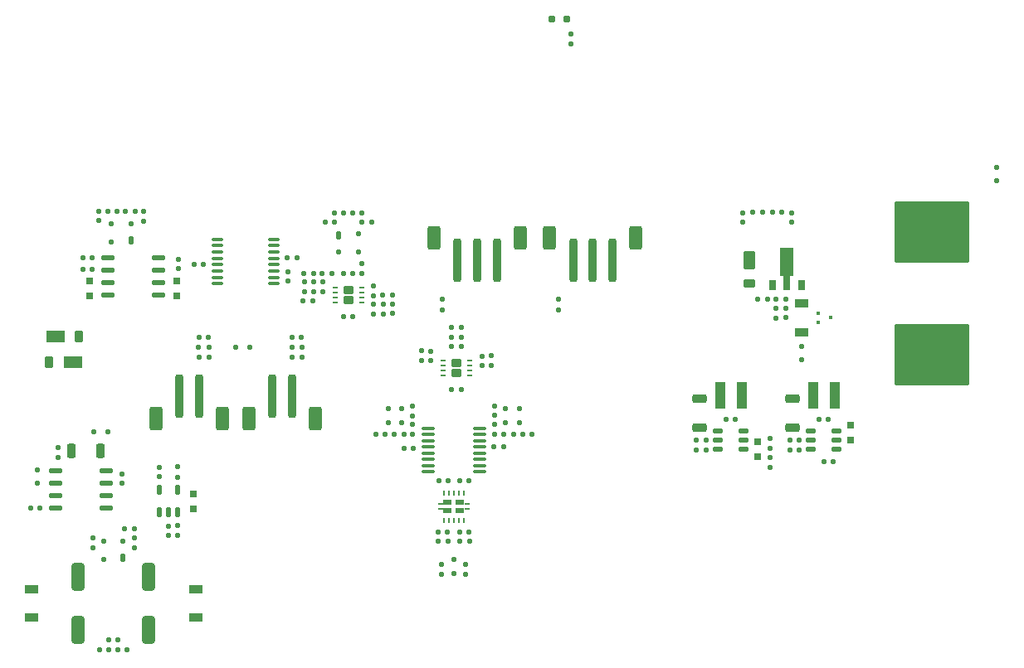
<source format=gbr>
%TF.GenerationSoftware,KiCad,Pcbnew,9.0.3*%
%TF.CreationDate,2025-07-20T02:02:08-05:00*%
%TF.ProjectId,STEVEannouncer,53544556-4561-46e6-9e6f-756e6365722e,rev?*%
%TF.SameCoordinates,PX52f83c0PY90f5600*%
%TF.FileFunction,Paste,Top*%
%TF.FilePolarity,Positive*%
%FSLAX46Y46*%
G04 Gerber Fmt 4.6, Leading zero omitted, Abs format (unit mm)*
G04 Created by KiCad (PCBNEW 9.0.3) date 2025-07-20 02:02:08*
%MOMM*%
%LPD*%
G01*
G04 APERTURE LIST*
G04 Aperture macros list*
%AMRoundRect*
0 Rectangle with rounded corners*
0 $1 Rounding radius*
0 $2 $3 $4 $5 $6 $7 $8 $9 X,Y pos of 4 corners*
0 Add a 4 corners polygon primitive as box body*
4,1,4,$2,$3,$4,$5,$6,$7,$8,$9,$2,$3,0*
0 Add four circle primitives for the rounded corners*
1,1,$1+$1,$2,$3*
1,1,$1+$1,$4,$5*
1,1,$1+$1,$6,$7*
1,1,$1+$1,$8,$9*
0 Add four rect primitives between the rounded corners*
20,1,$1+$1,$2,$3,$4,$5,0*
20,1,$1+$1,$4,$5,$6,$7,0*
20,1,$1+$1,$6,$7,$8,$9,0*
20,1,$1+$1,$8,$9,$2,$3,0*%
%AMFreePoly0*
4,1,19,3.715000,-0.719000,0.885000,-0.719000,0.885000,-0.450000,0.865239,-0.376250,0.811250,-0.322261,0.737500,-0.302500,0.590000,-0.302500,0.590000,-0.360000,-0.590000,-0.360000,-0.590000,0.360000,0.590000,0.360000,0.590000,0.302500,0.737500,0.302500,0.811250,0.322261,0.865239,0.376250,0.885000,0.450000,0.885000,0.719000,3.715000,0.719000,3.715000,-0.719000,3.715000,-0.719000,
$1*%
G04 Aperture macros list end*
%ADD10RoundRect,0.200000X-0.200000X-2.000000X0.200000X-2.000000X0.200000X2.000000X-0.200000X2.000000X0*%
%ADD11RoundRect,0.200000X-0.440000X-1.000000X0.440000X-1.000000X0.440000X1.000000X-0.440000X1.000000X0*%
%ADD12RoundRect,0.108000X0.148000X-0.108000X0.148000X0.108000X-0.148000X0.108000X-0.148000X-0.108000X0*%
%ADD13RoundRect,0.108000X-0.148000X0.108000X-0.148000X-0.108000X0.148000X-0.108000X0.148000X0.108000X0*%
%ADD14RoundRect,0.112000X0.112000X0.136000X-0.112000X0.136000X-0.112000X-0.136000X0.112000X-0.136000X0*%
%ADD15RoundRect,0.108000X-0.108000X-0.148000X0.108000X-0.148000X0.108000X0.148000X-0.108000X0.148000X0*%
%ADD16RoundRect,0.080000X0.570000X0.080000X-0.570000X0.080000X-0.570000X-0.080000X0.570000X-0.080000X0*%
%ADD17RoundRect,0.108000X0.108000X0.148000X-0.108000X0.148000X-0.108000X-0.148000X0.108000X-0.148000X0*%
%ADD18RoundRect,0.112000X-0.112000X-0.136000X0.112000X-0.136000X0.112000X0.136000X-0.112000X0.136000X0*%
%ADD19RoundRect,0.200000X-0.520000X0.260000X-0.520000X-0.260000X0.520000X-0.260000X0.520000X0.260000X0*%
%ADD20RoundRect,0.120000X0.580000X0.120000X-0.580000X0.120000X-0.580000X-0.120000X0.580000X-0.120000X0*%
%ADD21RoundRect,0.200000X0.200000X2.000000X-0.200000X2.000000X-0.200000X-2.000000X0.200000X-2.000000X0*%
%ADD22RoundRect,0.200000X0.440000X1.000000X-0.440000X1.000000X-0.440000X-1.000000X0.440000X-1.000000X0*%
%ADD23RoundRect,0.080000X0.124000X0.080000X-0.124000X0.080000X-0.124000X-0.080000X0.124000X-0.080000X0*%
%ADD24RoundRect,0.120000X-0.160000X0.120000X-0.160000X-0.120000X0.160000X-0.120000X0.160000X0.120000X0*%
%ADD25RoundRect,0.118000X0.138000X-0.118000X0.138000X0.118000X-0.138000X0.118000X-0.138000X-0.118000X0*%
%ADD26RoundRect,0.112000X-0.136000X0.112000X-0.136000X-0.112000X0.136000X-0.112000X0.136000X0.112000X0*%
%ADD27RoundRect,0.200000X0.760000X0.400000X-0.760000X0.400000X-0.760000X-0.400000X0.760000X-0.400000X0*%
%ADD28RoundRect,0.200000X0.220000X0.400000X-0.220000X0.400000X-0.220000X-0.400000X0.220000X-0.400000X0*%
%ADD29RoundRect,0.112000X0.136000X-0.112000X0.136000X0.112000X-0.136000X0.112000X-0.136000X-0.112000X0*%
%ADD30RoundRect,0.180000X-0.200000X0.180000X-0.200000X-0.180000X0.200000X-0.180000X0.200000X0.180000X0*%
%ADD31RoundRect,0.200000X0.440000X-1.200000X0.440000X1.200000X-0.440000X1.200000X-0.440000X-1.200000X0*%
%ADD32RoundRect,0.030000X-0.045000X0.185000X-0.045000X-0.185000X0.045000X-0.185000X0.045000X0.185000X0*%
%ADD33R,0.840000X0.544000*%
%ADD34RoundRect,0.040000X-0.240000X0.060000X-0.240000X-0.060000X0.240000X-0.060000X0.240000X0.060000X0*%
%ADD35RoundRect,0.120000X0.120000X0.160000X-0.120000X0.160000X-0.120000X-0.160000X0.120000X-0.160000X0*%
%ADD36RoundRect,0.180000X0.200000X-0.180000X0.200000X0.180000X-0.200000X0.180000X-0.200000X-0.180000X0*%
%ADD37RoundRect,0.120000X-0.120000X-0.160000X0.120000X-0.160000X0.120000X0.160000X-0.120000X0.160000X0*%
%ADD38R,1.040000X2.800000*%
%ADD39RoundRect,0.200000X-0.760000X-0.400000X0.760000X-0.400000X0.760000X0.400000X-0.760000X0.400000X0*%
%ADD40RoundRect,0.200000X-0.220000X-0.400000X0.220000X-0.400000X0.220000X0.400000X-0.220000X0.400000X0*%
%ADD41RoundRect,0.120000X0.120000X-0.410000X0.120000X0.410000X-0.120000X0.410000X-0.120000X-0.410000X0*%
%ADD42RoundRect,0.118000X-0.118000X-0.138000X0.118000X-0.138000X0.118000X0.138000X-0.118000X0.138000X0*%
%ADD43RoundRect,0.200000X-0.500000X0.250000X-0.500000X-0.250000X0.500000X-0.250000X0.500000X0.250000X0*%
%ADD44RoundRect,0.217500X0.302500X0.217500X-0.302500X0.217500X-0.302500X-0.217500X0.302500X-0.217500X0*%
%ADD45RoundRect,0.050000X0.230000X0.050000X-0.230000X0.050000X-0.230000X-0.050000X0.230000X-0.050000X0*%
%ADD46RoundRect,0.120000X-0.360000X-0.120000X0.360000X-0.120000X0.360000X0.120000X-0.360000X0.120000X0*%
%ADD47RoundRect,0.175000X-0.175000X-0.205000X0.175000X-0.205000X0.175000X0.205000X-0.175000X0.205000X0*%
%ADD48RoundRect,0.140000X-0.140000X-0.260000X0.140000X-0.260000X0.140000X0.260000X-0.140000X0.260000X0*%
%ADD49RoundRect,0.120000X-0.160000X-0.120000X0.160000X-0.120000X0.160000X0.120000X-0.160000X0.120000X0*%
%ADD50RoundRect,0.118000X-0.138000X0.118000X-0.138000X-0.118000X0.138000X-0.118000X0.138000X0.118000X0*%
%ADD51RoundRect,0.080000X-0.510000X-0.080000X0.510000X-0.080000X0.510000X0.080000X-0.510000X0.080000X0*%
%ADD52RoundRect,0.200000X-0.260000X-0.520000X0.260000X-0.520000X0.260000X0.520000X-0.260000X0.520000X0*%
%ADD53RoundRect,0.200000X0.400000X-0.760000X0.400000X0.760000X-0.400000X0.760000X-0.400000X-0.760000X0*%
%ADD54RoundRect,0.200000X0.400000X-0.220000X0.400000X0.220000X-0.400000X0.220000X-0.400000X-0.220000X0*%
%ADD55RoundRect,0.180000X0.180000X-0.340000X0.180000X0.340000X-0.180000X0.340000X-0.180000X-0.340000X0*%
%ADD56FreePoly0,90.000000*%
%ADD57RoundRect,0.140000X0.140000X0.260000X-0.140000X0.260000X-0.140000X-0.260000X0.140000X-0.260000X0*%
%ADD58RoundRect,0.120000X0.160000X0.120000X-0.160000X0.120000X-0.160000X-0.120000X0.160000X-0.120000X0*%
%ADD59RoundRect,0.120000X-0.580000X-0.120000X0.580000X-0.120000X0.580000X0.120000X-0.580000X0.120000X0*%
%ADD60RoundRect,0.118000X0.118000X0.138000X-0.118000X0.138000X-0.118000X-0.138000X0.118000X-0.138000X0*%
%ADD61RoundRect,0.199998X-3.640002X2.920002X-3.640002X-2.920002X3.640002X-2.920002X3.640002X2.920002X0*%
%ADD62RoundRect,0.217500X-0.302500X-0.217500X0.302500X-0.217500X0.302500X0.217500X-0.302500X0.217500X0*%
%ADD63RoundRect,0.050000X-0.230000X-0.050000X0.230000X-0.050000X0.230000X0.050000X-0.230000X0.050000X0*%
G04 APERTURE END LIST*
D10*
%TO.C,J405*%
X52400000Y60400000D03*
X54400000Y60400000D03*
X56400000Y60400000D03*
D11*
X50000000Y62650000D03*
X58800000Y62650000D03*
%TD*%
D10*
%TO.C,J403*%
X64200000Y60400000D03*
X66200000Y60400000D03*
X68200000Y60400000D03*
D11*
X61800000Y62650000D03*
X70600000Y62650000D03*
%TD*%
D12*
%TO.C,R211*%
X84250000Y39240000D03*
X84250000Y40260000D03*
%TD*%
D13*
%TO.C,R321*%
X23850000Y39260000D03*
X23850000Y38240000D03*
%TD*%
%TO.C,R322*%
X23850000Y33260000D03*
X23850000Y32240000D03*
%TD*%
%TO.C,R410*%
X51810000Y53490000D03*
X51810000Y52470000D03*
%TD*%
%TO.C,R402*%
X47800000Y43650000D03*
X47800000Y42630000D03*
%TD*%
D14*
%TO.C,C416*%
X85480000Y65250000D03*
X84520000Y65250000D03*
%TD*%
D15*
%TO.C,R203*%
X82990000Y56400000D03*
X84010000Y56400000D03*
%TD*%
D14*
%TO.C,C417*%
X83500000Y65250000D03*
X82540000Y65250000D03*
%TD*%
D16*
%TO.C,U401*%
X54637500Y38777500D03*
X54637500Y39412500D03*
X54637500Y40047500D03*
X54637500Y40682500D03*
X54637500Y41317500D03*
X54637500Y41952500D03*
X54637500Y42587500D03*
X54637500Y43222500D03*
X49362500Y43222500D03*
X49362500Y42587500D03*
X49362500Y41952500D03*
X49362500Y41317500D03*
X49362500Y40682500D03*
X49362500Y40047500D03*
X49362500Y39412500D03*
X49362500Y38777500D03*
%TD*%
D17*
%TO.C,R411*%
X53610000Y31655000D03*
X52590000Y31655000D03*
%TD*%
D18*
%TO.C,C322*%
X35040000Y60600000D03*
X36000000Y60600000D03*
%TD*%
%TO.C,C303*%
X15845000Y20600000D03*
X16805000Y20600000D03*
%TD*%
D19*
%TO.C,C207*%
X77050000Y46215000D03*
X77050000Y43265000D03*
%TD*%
D14*
%TO.C,C301*%
X26455000Y59925000D03*
X25495000Y59925000D03*
%TD*%
D20*
%TO.C,U304*%
X21875000Y56845000D03*
X21875000Y58115000D03*
X21875000Y59385000D03*
X21875000Y60655000D03*
X16725000Y60655000D03*
X16725000Y59385000D03*
X16725000Y58115000D03*
X16725000Y56845000D03*
%TD*%
D21*
%TO.C,J304*%
X26000000Y46500000D03*
X24000000Y46500000D03*
D22*
X28400000Y44250000D03*
X21600000Y44250000D03*
%TD*%
D12*
%TO.C,R405*%
X55800000Y49600000D03*
X55800000Y50620000D03*
%TD*%
D23*
%TO.C,Q201*%
X89155000Y55000000D03*
X89155000Y54000000D03*
X90445000Y54500000D03*
%TD*%
D19*
%TO.C,C208*%
X86550000Y46235000D03*
X86550000Y43285000D03*
%TD*%
D24*
%TO.C,D203*%
X107400000Y68500000D03*
X107400000Y69900000D03*
%TD*%
D25*
%TO.C,FB302*%
X20400000Y64365000D03*
X20400000Y65335000D03*
%TD*%
D26*
%TO.C,C201*%
X85900000Y55480000D03*
X85900000Y54520000D03*
%TD*%
D27*
%TO.C,D302*%
X11415000Y52580000D03*
D28*
X13790000Y52580000D03*
%TD*%
D12*
%TO.C,R320*%
X42630000Y59020000D03*
X42630000Y60040000D03*
%TD*%
D18*
%TO.C,C314*%
X14170000Y59450000D03*
X15130000Y59450000D03*
%TD*%
D29*
%TO.C,C409*%
X50741552Y28326172D03*
X50741552Y29286172D03*
%TD*%
D15*
%TO.C,R309*%
X25990000Y51500000D03*
X27010000Y51500000D03*
%TD*%
D29*
%TO.C,C406*%
X49690000Y50130000D03*
X49690000Y51090000D03*
%TD*%
D30*
%TO.C,C203*%
X83050000Y41875000D03*
X83050000Y40325000D03*
%TD*%
D14*
%TO.C,C323*%
X36480000Y52500000D03*
X35520000Y52500000D03*
%TD*%
D15*
%TO.C,R311*%
X36630000Y56270000D03*
X37650000Y56270000D03*
%TD*%
D31*
%TO.C,C306*%
X20900000Y22625000D03*
X20900000Y28025000D03*
%TD*%
D32*
%TO.C,U403*%
X53000000Y36630000D03*
X52500000Y36630000D03*
X52000000Y36630000D03*
X51500000Y36630000D03*
X51000000Y36630000D03*
X51000000Y33830000D03*
X51500000Y33830000D03*
X52000000Y33830000D03*
X52500000Y33830000D03*
X53000000Y33830000D03*
D33*
X52635000Y35680000D03*
X51365000Y35680000D03*
D34*
X53350000Y35480000D03*
X50650000Y35480000D03*
X53350000Y34980000D03*
X50650000Y34980000D03*
D33*
X52635000Y34780000D03*
X51365000Y34780000D03*
%TD*%
D35*
%TO.C,D403*%
X57300000Y43800000D03*
X58700000Y43800000D03*
%TD*%
D30*
%TO.C,C327*%
X25400000Y36525000D03*
X25400000Y34975000D03*
%TD*%
D36*
%TO.C,C204*%
X92530000Y42000000D03*
X92530000Y43550000D03*
%TD*%
D12*
%TO.C,R209*%
X64000000Y82490000D03*
X64000000Y83510000D03*
%TD*%
D31*
%TO.C,C305*%
X13650000Y22625000D03*
X13650000Y28025000D03*
%TD*%
D18*
%TO.C,C308*%
X40770000Y59060000D03*
X41730000Y59060000D03*
%TD*%
D14*
%TO.C,C404*%
X45000000Y42600000D03*
X44040000Y42600000D03*
%TD*%
D29*
%TO.C,C310*%
X18160000Y37590000D03*
X18160000Y38550000D03*
%TD*%
D17*
%TO.C,R201*%
X85910000Y56400000D03*
X84890000Y56400000D03*
%TD*%
D21*
%TO.C,J303*%
X35500000Y46500000D03*
X33500000Y46500000D03*
D22*
X37900000Y44250000D03*
X31100000Y44250000D03*
%TD*%
D18*
%TO.C,C414*%
X50460000Y37840000D03*
X51420000Y37840000D03*
%TD*%
D12*
%TO.C,R303*%
X15175000Y30990000D03*
X15175000Y32010000D03*
%TD*%
D17*
%TO.C,R319*%
X37746000Y59068500D03*
X36726000Y59068500D03*
%TD*%
D37*
%TO.C,D306*%
X31200000Y51500000D03*
X29800000Y51500000D03*
%TD*%
D38*
%TO.C,L202*%
X90850000Y46620000D03*
X88650000Y46620000D03*
%TD*%
D26*
%TO.C,C326*%
X21950000Y39230000D03*
X21950000Y38270000D03*
%TD*%
D39*
%TO.C,D303*%
X13125000Y49950000D03*
D40*
X10750000Y49950000D03*
%TD*%
D24*
%TO.C,D405*%
X51991552Y28416068D03*
X51991552Y29816068D03*
%TD*%
D12*
%TO.C,R205*%
X77730000Y41000000D03*
X77730000Y42020000D03*
%TD*%
D41*
%TO.C,U305*%
X21950000Y34612500D03*
X22900000Y34612500D03*
X23850000Y34612500D03*
X23850000Y36887500D03*
X21950000Y36887500D03*
%TD*%
D35*
%TO.C,D402*%
X45300000Y43800000D03*
X46700000Y43800000D03*
%TD*%
D18*
%TO.C,C413*%
X51800000Y51590000D03*
X52760000Y51590000D03*
%TD*%
D14*
%TO.C,C410*%
X57090000Y41320000D03*
X56130000Y41320000D03*
%TD*%
D42*
%TO.C,FB303*%
X38870000Y64315000D03*
X39840000Y64315000D03*
%TD*%
D26*
%TO.C,C328*%
X23950000Y60480000D03*
X23950000Y59520000D03*
%TD*%
D18*
%TO.C,C315*%
X14170000Y60650000D03*
X15130000Y60650000D03*
%TD*%
D26*
%TO.C,C402*%
X47800000Y45460000D03*
X47800000Y44500000D03*
%TD*%
D25*
%TO.C,FB301*%
X15800000Y64415000D03*
X15800000Y65385000D03*
%TD*%
D43*
%TO.C,R301*%
X8900000Y26787500D03*
X8900000Y23862500D03*
%TD*%
D18*
%TO.C,C403*%
X59020000Y42600000D03*
X59980000Y42600000D03*
%TD*%
D44*
%TO.C,U402*%
X52280000Y48880000D03*
X52280000Y49880000D03*
D45*
X53630000Y48630000D03*
X53630000Y49130000D03*
X53630000Y49630000D03*
X53630000Y50130000D03*
X50930000Y50130000D03*
X50930000Y49630000D03*
X50930000Y49130000D03*
X50930000Y48630000D03*
%TD*%
D13*
%TO.C,R413*%
X53241552Y29316172D03*
X53241552Y28296172D03*
%TD*%
D29*
%TO.C,C325*%
X22900000Y32270000D03*
X22900000Y33230000D03*
%TD*%
D46*
%TO.C,U202*%
X88450000Y42950000D03*
X88450000Y42000000D03*
X88450000Y41050000D03*
X91050000Y41050000D03*
X91050000Y42000000D03*
X91050000Y42950000D03*
%TD*%
D13*
%TO.C,R409*%
X52750000Y53490000D03*
X52750000Y52470000D03*
%TD*%
D24*
%TO.C,D304*%
X9500000Y37585000D03*
X9500000Y38985000D03*
%TD*%
D47*
%TO.C,D204*%
X62000000Y85000000D03*
X63575000Y85000000D03*
%TD*%
D48*
%TO.C,D308*%
X40250000Y62902500D03*
D49*
X40250000Y61202500D03*
X42250000Y61202500D03*
X42250000Y63102500D03*
%TD*%
D50*
%TO.C,FB402*%
X81500000Y65235000D03*
X81500000Y64265000D03*
%TD*%
D37*
%TO.C,D401*%
X58700000Y45200000D03*
X57300000Y45200000D03*
%TD*%
D18*
%TO.C,C206*%
X89270000Y44160000D03*
X90230000Y44160000D03*
%TD*%
D29*
%TO.C,C405*%
X54870000Y49630000D03*
X54870000Y50590000D03*
%TD*%
D13*
%TO.C,R401*%
X56200000Y43610000D03*
X56200000Y42590000D03*
%TD*%
D51*
%TO.C,U301*%
X27887500Y62525000D03*
X27887500Y61875000D03*
X27887500Y61225000D03*
X27887500Y60575000D03*
X27887500Y59925000D03*
X27887500Y59275000D03*
X27887500Y58625000D03*
X27887500Y57975000D03*
X33612500Y57975000D03*
X33612500Y58625000D03*
X33612500Y59275000D03*
X33612500Y59925000D03*
X33612500Y60575000D03*
X33612500Y61225000D03*
X33612500Y61875000D03*
X33612500Y62525000D03*
%TD*%
D15*
%TO.C,R307*%
X35490000Y50500000D03*
X36510000Y50500000D03*
%TD*%
D12*
%TO.C,R208*%
X86290000Y41020000D03*
X86290000Y42040000D03*
%TD*%
D26*
%TO.C,C329*%
X35100000Y59230000D03*
X35100000Y58270000D03*
%TD*%
D17*
%TO.C,R404*%
X46910000Y42600000D03*
X45890000Y42600000D03*
%TD*%
D43*
%TO.C,R302*%
X25675000Y26787500D03*
X25675000Y23862500D03*
%TD*%
D15*
%TO.C,R403*%
X57100000Y42600000D03*
X58120000Y42600000D03*
%TD*%
D14*
%TO.C,C324*%
X26980000Y52500000D03*
X26020000Y52500000D03*
%TD*%
D15*
%TO.C,R308*%
X26000000Y50500000D03*
X27020000Y50500000D03*
%TD*%
D24*
%TO.C,D202*%
X87500000Y50200000D03*
X87500000Y51600000D03*
%TD*%
D13*
%TO.C,R304*%
X19400000Y32010000D03*
X19400000Y30990000D03*
%TD*%
D18*
%TO.C,C304*%
X17745000Y20600000D03*
X18705000Y20600000D03*
%TD*%
D12*
%TO.C,R206*%
X87230000Y41020000D03*
X87230000Y42040000D03*
%TD*%
D17*
%TO.C,R312*%
X45760000Y56790000D03*
X44740000Y56790000D03*
%TD*%
D18*
%TO.C,C302*%
X16795000Y21600000D03*
X17755000Y21600000D03*
%TD*%
D15*
%TO.C,R310*%
X35490000Y51500000D03*
X36510000Y51500000D03*
%TD*%
D18*
%TO.C,C412*%
X51800000Y47170000D03*
X52760000Y47170000D03*
%TD*%
D14*
%TO.C,C312*%
X39556000Y59058500D03*
X38596000Y59058500D03*
%TD*%
D12*
%TO.C,R207*%
X76790000Y41000000D03*
X76790000Y42020000D03*
%TD*%
D18*
%TO.C,C318*%
X16700000Y65350000D03*
X17660000Y65350000D03*
%TD*%
D52*
%TO.C,C307*%
X13025000Y40950000D03*
X15975000Y40950000D03*
%TD*%
D26*
%TO.C,C401*%
X56200000Y45480000D03*
X56200000Y44520000D03*
%TD*%
D18*
%TO.C,C205*%
X79770000Y44160000D03*
X80730000Y44160000D03*
%TD*%
%TO.C,C320*%
X39840000Y65240000D03*
X40800000Y65240000D03*
%TD*%
D12*
%TO.C,R408*%
X50850000Y55340000D03*
X50850000Y56360000D03*
%TD*%
D15*
%TO.C,R305*%
X18440000Y32950000D03*
X19460000Y32950000D03*
%TD*%
D12*
%TO.C,R318*%
X44790000Y54880000D03*
X44790000Y55900000D03*
%TD*%
D53*
%TO.C,D201*%
X82200000Y60350000D03*
D54*
X82200000Y57975000D03*
%TD*%
D50*
%TO.C,FB401*%
X86500000Y65235000D03*
X86500000Y64265000D03*
%TD*%
D14*
%TO.C,C309*%
X41730000Y54640000D03*
X40770000Y54640000D03*
%TD*%
D18*
%TO.C,C408*%
X50425620Y32605000D03*
X51385620Y32605000D03*
%TD*%
D55*
%TO.C,Q202*%
X84500000Y57800000D03*
D56*
X86000000Y57887500D03*
D55*
X87500000Y57800000D03*
%TD*%
D18*
%TO.C,C415*%
X52580000Y37840000D03*
X53540000Y37840000D03*
%TD*%
D26*
%TO.C,C313*%
X45720000Y55890000D03*
X45720000Y54930000D03*
%TD*%
D46*
%TO.C,U201*%
X78950000Y42950000D03*
X78950000Y42000000D03*
X78950000Y41050000D03*
X81550000Y41050000D03*
X81550000Y42000000D03*
X81550000Y42950000D03*
%TD*%
D18*
%TO.C,C319*%
X18520000Y65350000D03*
X19480000Y65350000D03*
%TD*%
D15*
%TO.C,R412*%
X50395620Y31655000D03*
X51415620Y31655000D03*
%TD*%
D37*
%TO.C,D404*%
X46700000Y45200000D03*
X45300000Y45200000D03*
%TD*%
D14*
%TO.C,C407*%
X53580000Y32605000D03*
X52620000Y32605000D03*
%TD*%
D13*
%TO.C,R306*%
X11600000Y41260000D03*
X11600000Y40240000D03*
%TD*%
D43*
%TO.C,R204*%
X87500000Y55962500D03*
X87500000Y53037500D03*
%TD*%
D57*
%TO.C,D301*%
X18275000Y29975000D03*
D58*
X18275000Y31675000D03*
X16275000Y31675000D03*
X16275000Y29775000D03*
%TD*%
D30*
%TO.C,C316*%
X14850000Y58275000D03*
X14850000Y56725000D03*
%TD*%
D38*
%TO.C,L201*%
X81387500Y46620000D03*
X79187500Y46620000D03*
%TD*%
D18*
%TO.C,C321*%
X41700000Y65240000D03*
X42660000Y65240000D03*
%TD*%
D35*
%TO.C,D305*%
X15300000Y42850000D03*
X16700000Y42850000D03*
%TD*%
D57*
%TO.C,D307*%
X19100000Y62437500D03*
D58*
X19100000Y64137500D03*
X17100000Y64137500D03*
X17100000Y62237500D03*
%TD*%
D14*
%TO.C,C411*%
X47870000Y41120000D03*
X46910000Y41120000D03*
%TD*%
D13*
%TO.C,R313*%
X38636000Y58178500D03*
X38636000Y57158500D03*
%TD*%
D12*
%TO.C,R314*%
X43850000Y54880000D03*
X43850000Y55900000D03*
%TD*%
D59*
%TO.C,U303*%
X11425000Y38855000D03*
X11425000Y37585000D03*
X11425000Y36315000D03*
X11425000Y35045000D03*
X16575000Y35045000D03*
X16575000Y36315000D03*
X16575000Y37585000D03*
X16575000Y38855000D03*
%TD*%
D18*
%TO.C,C209*%
X89760000Y39840000D03*
X90720000Y39840000D03*
%TD*%
D12*
%TO.C,R407*%
X62700000Y55340000D03*
X62700000Y56360000D03*
%TD*%
D13*
%TO.C,R317*%
X43850000Y57760000D03*
X43850000Y56740000D03*
%TD*%
D60*
%TO.C,FB304*%
X43630000Y64315000D03*
X42660000Y64315000D03*
%TD*%
D61*
%TO.C,C202*%
X100800000Y63250000D03*
X100800000Y50750000D03*
%TD*%
D13*
%TO.C,R202*%
X84900000Y55510000D03*
X84900000Y54490000D03*
%TD*%
D12*
%TO.C,R210*%
X84250000Y41140000D03*
X84250000Y42160000D03*
%TD*%
D14*
%TO.C,C311*%
X9780000Y35045000D03*
X8820000Y35045000D03*
%TD*%
D13*
%TO.C,R316*%
X37696000Y58178500D03*
X37696000Y57158500D03*
%TD*%
D62*
%TO.C,U302*%
X41250000Y57350000D03*
X41250000Y56350000D03*
D63*
X39900000Y57600000D03*
X39900000Y57100000D03*
X39900000Y56600000D03*
X39900000Y56100000D03*
X42600000Y56100000D03*
X42600000Y56600000D03*
X42600000Y57100000D03*
X42600000Y57600000D03*
%TD*%
D13*
%TO.C,R315*%
X36756000Y58178500D03*
X36756000Y57158500D03*
%TD*%
D30*
%TO.C,C317*%
X23750000Y58275000D03*
X23750000Y56725000D03*
%TD*%
D13*
%TO.C,R406*%
X48760000Y51120000D03*
X48760000Y50100000D03*
%TD*%
M02*

</source>
